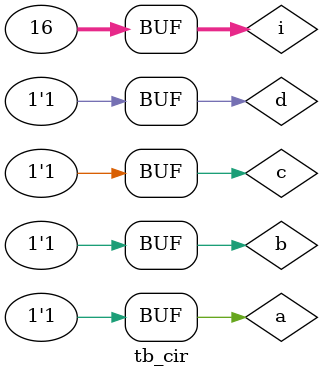
<source format=v>
module and_self(input a, b, output reg c);
always @(*) begin
    c = a & b;
end
endmodule

module or_self(input a, b, output reg c);
always @(*) begin
    c = a | b;
    c = ~c; 
end
endmodule

module xor_self(input a, b, output reg c);
always @(*) begin
    c = a & ~b | ~a & b;
end
endmodule

module cir(input a, b, c, d, output wire o);
wire q[0:1];
and_self a1(a, b, q[0]);
or_self a2(c, d, q[1]);
xor_self a3(q[0], q[1], o);
endmodule

module tb_cir;
reg a,b,c,d;
wire o;
integer i;
cir test(a,b,c,d,o);
initial begin
    a <= 0;
    b <= 0;
    c <= 0;
    d <= 0;
    
    $monitor ("a = %b, b = %b, c = %b, d = %b, o = %b",a,b,c,d,o);
    for (i = 1; i < 16; i++)
    begin
    {a,b,c,d} = i;
        #10;

    end
    
end
endmodule

</source>
